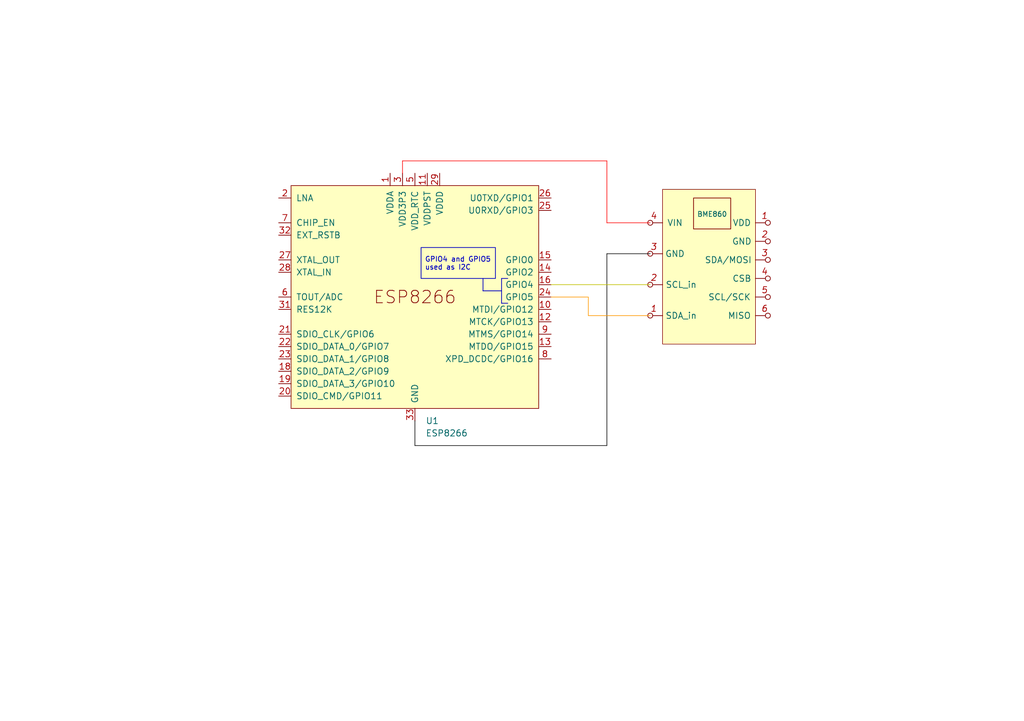
<source format=kicad_sch>
(kicad_sch (version 20231120) (generator "eeschema") (generator_version "8.0")
  (paper "A5")
  (title_block (title "Environmental sensors setup"))
  (lib_symbols
    (symbol "PCM_Espressif:ESP8266" (pin_names (offset 1.016))
      (property "Reference" "U" (at -25.4 27.94 0))
      (property "Value" "ESP8266" (at -25.4 25.4 0))
      (symbol "ESP8266_0_1"
        (rectangle (start -25.4 22.86) (end 25.4 -22.86) (fill (type background)))
      )
      (symbol "ESP8266_1_1"
        (text "ESP8266" (at 0 0 0) (effects (font (size 2.54 2.54))))
        (pin power_in line (at -5.08 25.4 270) (length 2.54) (name "VDDA") (number "1"))
        (pin bidirectional line (at 27.94 -2.54 180) (length 2.54) (name "MTDI/GPIO12") (number "10"))
        (pin power_in line (at 2.54 25.4 270) (length 2.54) (name "VDDPST") (number "11"))
        (pin bidirectional line (at 27.94 -5.08 180) (length 2.54) (name "MTCK/GPIO13") (number "12"))
        (pin bidirectional line (at 27.94 -10.16 180) (length 2.54) (name "MTDO/GPIO15") (number "13"))
        (pin bidirectional line (at 27.94 5.08 180) (length 2.54) (name "GPIO2") (number "14"))
        (pin bidirectional line (at 27.94 7.62 180) (length 2.54) (name "GPIO0") (number "15"))
        (pin bidirectional line (at 27.94 2.54 180) (length 2.54) (name "GPIO4") (number "16"))
        (pin passive line (at 2.54 25.4 270) (length 2.54) hide (name "VDDPST") (number "17"))
        (pin bidirectional line (at -27.94 -15.24 0) (length 2.54) (name "SDIO_DATA_2/GPIO9") (number "18"))
        (pin bidirectional line (at -27.94 -17.78 0) (length 2.54) (name "SDIO_DATA_3/GPIO10") (number "19"))
        (pin power_in line (at -27.94 20.32 0) (length 2.54) (name "LNA") (number "2"))
        (pin bidirectional line (at -27.94 -20.32 0) (length 2.54) (name "SDIO_CMD/GPIO11") (number "20"))
        (pin bidirectional line (at -27.94 -7.62 0) (length 2.54) (name "SDIO_CLK/GPIO6") (number "21"))
        (pin bidirectional line (at -27.94 -10.16 0) (length 2.54) (name "SDIO_DATA_0/GPIO7") (number "22"))
        (pin bidirectional line (at -27.94 -12.7 0) (length 2.54) (name "SDIO_DATA_1/GPIO8") (number "23"))
        (pin bidirectional line (at 27.94 0 180) (length 2.54) (name "GPIO5") (number "24"))
        (pin bidirectional line (at 27.94 17.78 180) (length 2.54) (name "U0RXD/GPIO3") (number "25"))
        (pin bidirectional line (at 27.94 20.32 180) (length 2.54) (name "U0TXD/GPIO1") (number "26"))
        (pin bidirectional line (at -27.94 7.62 0) (length 2.54) (name "XTAL_OUT") (number "27"))
        (pin bidirectional line (at -27.94 5.08 0) (length 2.54) (name "XTAL_IN") (number "28"))
        (pin power_in line (at 5.08 25.4 270) (length 2.54) (name "VDDD") (number "29"))
        (pin power_in line (at -2.54 25.4 270) (length 2.54) (name "VDD3P3") (number "3"))
        (pin passive line (at -5.08 25.4 270) (length 2.54) hide (name "VDDA") (number "30"))
        (pin input line (at -27.94 -2.54 0) (length 2.54) (name "RES12K") (number "31"))
        (pin power_in line (at -27.94 12.7 0) (length 2.54) (name "EXT_RSTB") (number "32"))
        (pin power_in line (at 0 -25.4 90) (length 2.54) (name "GND") (number "33"))
        (pin passive line (at -2.54 25.4 270) (length 2.54) hide (name "VDD3P3") (number "4"))
        (pin power_in line (at 0 25.4 270) (length 2.54) (name "VDD_RTC") (number "5"))
        (pin input line (at -27.94 0 0) (length 2.54) (name "TOUT/ADC") (number "6"))
        (pin input line (at -27.94 15.24 0) (length 2.54) (name "CHIP_EN") (number "7"))
        (pin bidirectional line (at 27.94 -12.7 180) (length 2.54) (name "XPD_DCDC/GPIO16") (number "8"))
        (pin bidirectional line (at 27.94 -7.62 180) (length 2.54) (name "MTMS/GPIO14") (number "9"))
      )
    )
  )
  (wire (pts (xy 120.65 64.77) (xy 133.35 64.77)) (stroke (width 0.127) (color 255 153 0 1)))
  (polyline (pts (xy 102.87 62.23) (xy 102.87 57.15)))
  (polyline (pts (xy 102.87 57.15) (xy 104.14 57.15)))
  (wire (pts (xy 113.03 60.96) (xy 120.65 60.96)) (stroke (width 0.127) (color 255 153 0 1)))
  (wire (pts (xy 124.46 91.44) (xy 124.46 52.07)) (stroke (width 0.127) (color 0 0 0 1)))
  (wire (pts (xy 124.46 52.07) (xy 133.35 52.07)) (stroke (width 0.127) (color 0 0 0 1)))
  (wire (pts (xy 124.46 45.72) (xy 133.35 45.72)) (stroke (width 0.127) (color 255 0 0 1)))
  (polyline (pts (xy 104.14 62.23) (xy 102.87 62.23)))
  (wire (pts (xy 113.03 58.42) (xy 133.35 58.42)) (stroke (width 0.127) (color 194 194 0 1)))
  (polyline (pts (xy 99.06 57.15) (xy 99.06 59.69)))
  (wire (pts (xy 85.09 91.44) (xy 124.46 91.44)) (stroke (width 0.127) (color 0 0 0 1)))
  (wire (pts (xy 124.46 33.02) (xy 124.46 45.72)) (stroke (width 0.127) (color 255 0 0 1)))
  (wire (pts (xy 85.09 86.36) (xy 85.09 91.44)) (stroke (width 0.127) (color 0 0 0 1)))
  (wire (pts (xy 82.55 33.02) (xy 124.46 33.02)) (stroke (width 0.127) (color 255 0 0 1)))
  (polyline (pts (xy 102.87 59.69) (xy 99.06 59.69)))
  (wire (pts (xy 82.55 35.56) (xy 82.55 33.02)) (stroke (width 0.127) (color 255 0 0 1)))
  (wire (pts (xy 120.65 60.96) (xy 120.65 64.77)) (stroke (width 0.127) (color 255 153 0 1)))
  (rectangle (start 135.89 38.862) (end 154.94 70.612) (stroke (width 0.127) (color 132 0 0 1)) (fill (type color) (color 255 255 194 1)))
  (rectangle (start 142.24 40.64) (end 149.86 46.99) (stroke (width 0) (color 132 0 0 1)) (fill (type color) (color 255 255 194 1)))
  (text_box "GPIO4 and GPIO5 used as I2C" (at 86.36 50.8 0) (size 15.24 6.35) (effects (font (size 1.016 1.016)) (justify left)))
  (text "SCL/SCK" (at 149.606 61.214 0) (effects (font (size 1.27 1.27))))
  (text "CSB" (at 152.146 57.404 0) (effects (font (size 1.27 1.27))))
  (text "VIN" (at 138.43 45.974 0) (effects (font (size 1.27 1.27))))
  (text "MISO" (at 151.638 65.024 0) (effects (font (size 1.27 1.27))))
  (text "SCL_in" (at 139.7 58.674 0) (effects (font (size 1.27 1.27))))
  (text "GND" (at 152.146 49.784 0) (effects (font (size 1.27 1.27))))
  (text "VDD" (at 152.146 45.974 0) (effects (font (size 1.27 1.27))))
  (text "SDA_in" (at 139.7 65.024 0) (effects (font (size 1.27 1.27))))
  (text "BME860" (at 146.05 44.196 0) (effects (font (size 1.016 1.016))))
  (text "SDA/MOSI" (at 149.352 53.594 0) (effects (font (size 1.27 1.27))))
  (text "GND" (at 138.43 52.324 0) (effects (font (size 1.27 1.27))))
  (netclass_flag "" (length 2.54) (shape round) (at 135.89 64.77 90) (property "Netclass" "1" (at 133.35 64.0715 0) (effects (font (italic yes)) (justify left bottom))))
  (netclass_flag "" (length 2.54) (shape round) (at 154.94 60.96 270) (property "Netclass" "5" (at 157.48 60.2615 0) (effects (font (italic yes)) (justify right bottom))))
  (netclass_flag "" (length 2.54) (shape round) (at 154.94 49.53 270) (property "Netclass" "2" (at 157.48 48.8315 0) (effects (font (italic yes)) (justify right bottom))))
  (netclass_flag "" (length 2.54) (shape round) (at 154.94 64.77 270) (property "Netclass" "6" (at 157.48 64.0715 0) (effects (font (italic yes)) (justify right bottom))))
  (netclass_flag "" (length 2.54) (shape round) (at 154.94 53.34 270) (property "Netclass" "3" (at 157.48 52.6415 0) (effects (font (italic yes)) (justify right bottom))))
  (netclass_flag "" (length 2.54) (shape round) (at 154.94 45.72 270) (property "Netclass" "1" (at 157.48 45.0215 0) (effects (font (italic yes)) (justify right bottom))))
  (netclass_flag "" (length 2.54) (shape round) (at 154.94 57.15 270) (property "Netclass" "4" (at 157.48 56.4515 0) (effects (font (italic yes)) (justify right bottom))))
  (netclass_flag "" (length 2.54) (shape round) (at 135.89 45.72 90) (property "Netclass" "4" (at 133.35 45.0215 0) (effects (font (italic yes)) (justify left bottom))))
  (netclass_flag "" (length 2.54) (shape round) (at 135.89 52.07 90) (property "Netclass" "3" (at 133.35 51.3715 0) (effects (font (italic yes)) (justify left bottom))))
  (netclass_flag "" (length 2.54) (shape round) (at 135.89 58.42 90) (property "Netclass" "2" (at 133.35 57.7215 0) (effects (font (italic yes)) (justify left bottom))))
  (symbol (lib_id "PCM_Espressif:ESP8266") (at 85.09 60.96 0) (unit 1)
    (property "Reference" "U1" (at 87.2841 86.36 0) (effects (justify left)))
    (property "Value" "ESP8266" (at 87.2841 88.9 0) (effects (justify left)))
    (property "Footprint" "Package_DFN_QFN:QFN-32-1EP_5x5mm_P0.5mm_EP3.45x3.45mm" (effects (hide yes)))
    (property "Datasheet" "https://www.espressif.com/sites/default/files/documentation/0a-esp8266ex_datasheet_en.pdf" (effects (hide yes)))
    (property "Description" "Espressif’s ESP8266EX delivers highly integrated Wi-Fi SoC solution to meet users’ continuous demands for efficient power usage, compact design and reliable performance in the Internet of Things industry." (effects (hide yes)))
  )
)
</source>
